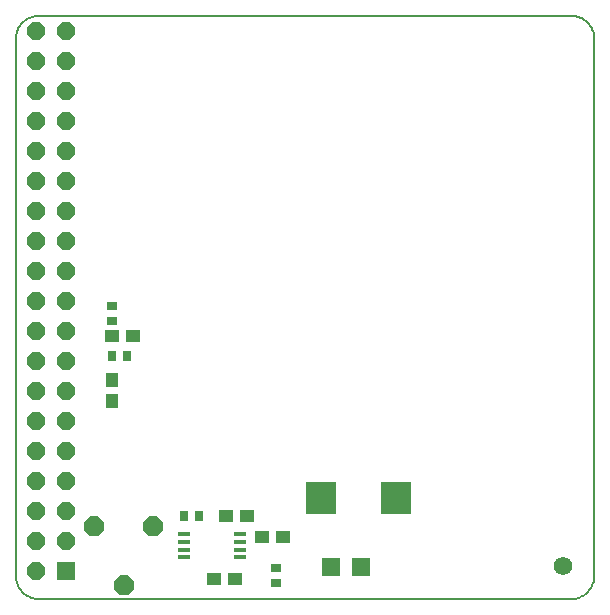
<source format=gts>
G75*
G70*
%OFA0B0*%
%FSLAX24Y24*%
%IPPOS*%
%LPD*%
%AMOC8*
5,1,8,0,0,1.08239X$1,22.5*
%
%ADD10C,0.0079*%
%ADD11R,0.0402X0.0161*%
%ADD12R,0.0354X0.0276*%
%ADD13R,0.0450X0.0400*%
%ADD14R,0.0276X0.0354*%
%ADD15R,0.0400X0.0450*%
%ADD16OC8,0.0660*%
%ADD17R,0.1004X0.1063*%
%ADD18R,0.0594X0.0594*%
%ADD19OC8,0.0600*%
%ADD20R,0.0600X0.0600*%
%ADD21C,0.0620*%
D10*
X000937Y000198D02*
X018654Y000198D01*
X018654Y000199D02*
X018708Y000201D01*
X018761Y000206D01*
X018814Y000215D01*
X018866Y000228D01*
X018918Y000244D01*
X018968Y000264D01*
X019016Y000287D01*
X019063Y000314D01*
X019108Y000343D01*
X019151Y000376D01*
X019191Y000411D01*
X019229Y000449D01*
X019264Y000489D01*
X019297Y000532D01*
X019326Y000577D01*
X019353Y000624D01*
X019376Y000672D01*
X019396Y000722D01*
X019412Y000774D01*
X019425Y000826D01*
X019434Y000879D01*
X019439Y000932D01*
X019441Y000986D01*
X019441Y018860D01*
X019439Y018914D01*
X019434Y018967D01*
X019425Y019020D01*
X019412Y019072D01*
X019396Y019124D01*
X019376Y019174D01*
X019353Y019222D01*
X019326Y019269D01*
X019297Y019314D01*
X019264Y019357D01*
X019229Y019397D01*
X019191Y019435D01*
X019151Y019470D01*
X019108Y019503D01*
X019063Y019532D01*
X019016Y019559D01*
X018968Y019582D01*
X018918Y019602D01*
X018866Y019618D01*
X018814Y019631D01*
X018761Y019640D01*
X018708Y019645D01*
X018654Y019647D01*
X000937Y019647D01*
X000883Y019645D01*
X000830Y019640D01*
X000777Y019631D01*
X000725Y019618D01*
X000673Y019602D01*
X000623Y019582D01*
X000575Y019559D01*
X000528Y019532D01*
X000483Y019503D01*
X000440Y019470D01*
X000400Y019435D01*
X000362Y019397D01*
X000327Y019357D01*
X000294Y019314D01*
X000265Y019269D01*
X000238Y019222D01*
X000215Y019174D01*
X000195Y019124D01*
X000179Y019072D01*
X000166Y019020D01*
X000157Y018967D01*
X000152Y018914D01*
X000150Y018860D01*
X000150Y000986D01*
X000152Y000932D01*
X000157Y000879D01*
X000166Y000826D01*
X000179Y000774D01*
X000195Y000722D01*
X000215Y000672D01*
X000238Y000624D01*
X000265Y000577D01*
X000294Y000532D01*
X000327Y000489D01*
X000362Y000449D01*
X000400Y000411D01*
X000440Y000376D01*
X000483Y000343D01*
X000528Y000314D01*
X000575Y000287D01*
X000623Y000264D01*
X000673Y000244D01*
X000725Y000228D01*
X000777Y000215D01*
X000830Y000206D01*
X000883Y000201D01*
X000937Y000199D01*
D11*
X005745Y001589D03*
X005745Y001845D03*
X005745Y002101D03*
X005745Y002357D03*
X007635Y002357D03*
X007635Y002101D03*
X007635Y001845D03*
X007635Y001589D03*
D12*
X008812Y001239D03*
X008812Y000728D03*
X003347Y009459D03*
X003347Y009971D03*
D13*
X003350Y008955D03*
X004050Y008955D03*
X007162Y002983D03*
X007862Y002983D03*
X008362Y002283D03*
X009062Y002283D03*
X007462Y000883D03*
X006762Y000883D03*
D14*
X006268Y002983D03*
X005756Y002983D03*
X003856Y008305D03*
X003344Y008305D03*
D15*
X003356Y007498D03*
X003356Y006798D03*
D16*
X002760Y002651D03*
X004728Y002651D03*
X003744Y000683D03*
D17*
X010320Y003557D03*
X012820Y003557D03*
D18*
X011674Y001285D03*
X010674Y001285D03*
D19*
X001829Y002134D03*
X000829Y002134D03*
X000829Y001134D03*
X000829Y003134D03*
X001829Y003134D03*
X001829Y004134D03*
X000829Y004134D03*
X000829Y005134D03*
X001829Y005134D03*
X001829Y006134D03*
X000829Y006134D03*
X000829Y007134D03*
X001829Y007134D03*
X001829Y008134D03*
X000829Y008134D03*
X000829Y009134D03*
X001829Y009134D03*
X001829Y010134D03*
X000829Y010134D03*
X000829Y011134D03*
X001829Y011134D03*
X001829Y012134D03*
X000829Y012134D03*
X000829Y013134D03*
X001829Y013134D03*
X001829Y014134D03*
X000829Y014134D03*
X000829Y015134D03*
X001829Y015134D03*
X001829Y016134D03*
X000829Y016134D03*
X000829Y017134D03*
X001829Y017134D03*
X001829Y018134D03*
X000829Y018134D03*
X000829Y019134D03*
X001829Y019134D03*
D20*
X001829Y001134D03*
D21*
X018399Y001317D03*
M02*

</source>
